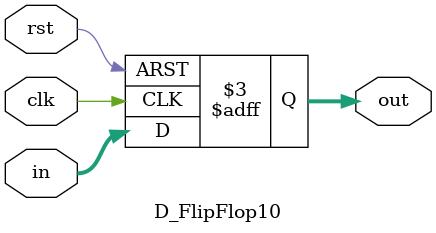
<source format=v>
module D_FlipFlop10(clk,rst,in,out);
input clk,rst;
input[9:0]in;
output reg [9:0]out;

always @(posedge clk or negedge rst)
if(!rst)
	out<=0;
else
	out<=in;
	
	
endmodule

</source>
